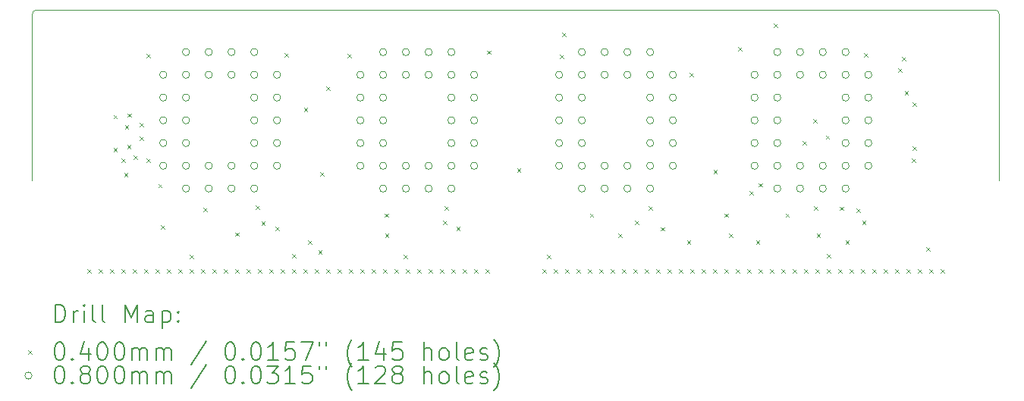
<source format=gbr>
%TF.GenerationSoftware,KiCad,Pcbnew,7.0.9*%
%TF.CreationDate,2024-06-30T23:04:08+02:00*%
%TF.ProjectId,simm72_rom_2M55,73696d6d-3732-45f7-926f-6d5f324d3535,A0*%
%TF.SameCoordinates,Original*%
%TF.FileFunction,Drillmap*%
%TF.FilePolarity,Positive*%
%FSLAX45Y45*%
G04 Gerber Fmt 4.5, Leading zero omitted, Abs format (unit mm)*
G04 Created by KiCad (PCBNEW 7.0.9) date 2024-06-30 23:04:08*
%MOMM*%
%LPD*%
G01*
G04 APERTURE LIST*
%ADD10C,0.050000*%
%ADD11C,0.200000*%
%ADD12C,0.100000*%
G04 APERTURE END LIST*
D10*
X5153300Y-8366960D02*
G75*
G03*
X5102500Y-8417760I0J-50800D01*
G01*
X15897500Y-8417760D02*
G75*
G03*
X15846700Y-8366960I-50800J0D01*
G01*
X15897500Y-8417760D02*
X15897580Y-10274500D01*
X5102500Y-8417760D02*
X5102580Y-10274500D01*
X15846700Y-8366960D02*
X5153300Y-8366960D01*
D11*
D12*
X5717500Y-11265420D02*
X5757500Y-11305420D01*
X5757500Y-11265420D02*
X5717500Y-11305420D01*
X5844500Y-11265420D02*
X5884500Y-11305420D01*
X5884500Y-11265420D02*
X5844500Y-11305420D01*
X5971500Y-11265420D02*
X6011500Y-11305420D01*
X6011500Y-11265420D02*
X5971500Y-11305420D01*
X6009600Y-9911600D02*
X6049600Y-9951600D01*
X6049600Y-9911600D02*
X6009600Y-9951600D01*
X6010000Y-9540000D02*
X6050000Y-9580000D01*
X6050000Y-9540000D02*
X6010000Y-9580000D01*
X6098500Y-11265420D02*
X6138500Y-11305420D01*
X6138500Y-11265420D02*
X6098500Y-11305420D01*
X6100000Y-10030000D02*
X6140000Y-10070000D01*
X6140000Y-10030000D02*
X6100000Y-10070000D01*
X6127450Y-10187450D02*
X6167450Y-10227450D01*
X6167450Y-10187450D02*
X6127450Y-10227450D01*
X6136600Y-9657600D02*
X6176600Y-9697600D01*
X6176600Y-9657600D02*
X6136600Y-9697600D01*
X6162000Y-9873500D02*
X6202000Y-9913500D01*
X6202000Y-9873500D02*
X6162000Y-9913500D01*
X6168350Y-9524250D02*
X6208350Y-9564250D01*
X6208350Y-9524250D02*
X6168350Y-9564250D01*
X6225500Y-11265420D02*
X6265500Y-11305420D01*
X6265500Y-11265420D02*
X6225500Y-11305420D01*
X6231851Y-9994151D02*
X6271851Y-10034151D01*
X6271851Y-9994151D02*
X6231851Y-10034151D01*
X6300000Y-9630000D02*
X6340000Y-9670000D01*
X6340000Y-9630000D02*
X6300000Y-9670000D01*
X6300000Y-9780000D02*
X6340000Y-9820000D01*
X6340000Y-9780000D02*
X6300000Y-9820000D01*
X6352500Y-11265420D02*
X6392500Y-11305420D01*
X6392500Y-11265420D02*
X6352500Y-11305420D01*
X6377900Y-10025900D02*
X6417900Y-10065900D01*
X6417900Y-10025900D02*
X6377900Y-10065900D01*
X6380000Y-8860000D02*
X6420000Y-8900000D01*
X6420000Y-8860000D02*
X6380000Y-8900000D01*
X6479500Y-11265420D02*
X6519500Y-11305420D01*
X6519500Y-11265420D02*
X6479500Y-11305420D01*
X6510000Y-10310000D02*
X6550000Y-10350000D01*
X6550000Y-10310000D02*
X6510000Y-10350000D01*
X6540000Y-10770000D02*
X6580000Y-10810000D01*
X6580000Y-10770000D02*
X6540000Y-10810000D01*
X6606500Y-11265420D02*
X6646500Y-11305420D01*
X6646500Y-11265420D02*
X6606500Y-11305420D01*
X6733500Y-11265420D02*
X6773500Y-11305420D01*
X6773500Y-11265420D02*
X6733500Y-11305420D01*
X6860500Y-11105400D02*
X6900500Y-11145400D01*
X6900500Y-11105400D02*
X6860500Y-11145400D01*
X6860500Y-11265420D02*
X6900500Y-11305420D01*
X6900500Y-11265420D02*
X6860500Y-11305420D01*
X6987500Y-11265420D02*
X7027500Y-11305420D01*
X7027500Y-11265420D02*
X6987500Y-11305420D01*
X7010360Y-10579620D02*
X7050360Y-10619620D01*
X7050360Y-10579620D02*
X7010360Y-10619620D01*
X7114500Y-11265420D02*
X7154500Y-11305420D01*
X7154500Y-11265420D02*
X7114500Y-11305420D01*
X7241500Y-11265420D02*
X7281500Y-11305420D01*
X7281500Y-11265420D02*
X7241500Y-11305420D01*
X7368500Y-10853250D02*
X7408500Y-10893250D01*
X7408500Y-10853250D02*
X7368500Y-10893250D01*
X7368500Y-11265420D02*
X7408500Y-11305420D01*
X7408500Y-11265420D02*
X7368500Y-11305420D01*
X7495500Y-11265420D02*
X7535500Y-11305420D01*
X7535500Y-11265420D02*
X7495500Y-11305420D01*
X7594560Y-10551680D02*
X7634560Y-10591680D01*
X7634560Y-10551680D02*
X7594560Y-10591680D01*
X7622500Y-11265420D02*
X7662500Y-11305420D01*
X7662500Y-11265420D02*
X7622500Y-11305420D01*
X7660600Y-10727630D02*
X7700600Y-10767630D01*
X7700600Y-10727630D02*
X7660600Y-10767630D01*
X7749500Y-11265420D02*
X7789500Y-11305420D01*
X7789500Y-11265420D02*
X7749500Y-11305420D01*
X7818080Y-10790440D02*
X7858080Y-10830440D01*
X7858080Y-10790440D02*
X7818080Y-10830440D01*
X7876500Y-11265420D02*
X7916500Y-11305420D01*
X7916500Y-11265420D02*
X7876500Y-11305420D01*
X7920000Y-8850000D02*
X7960000Y-8890000D01*
X7960000Y-8850000D02*
X7920000Y-8890000D01*
X8003500Y-11092700D02*
X8043500Y-11132700D01*
X8043500Y-11092700D02*
X8003500Y-11132700D01*
X8003500Y-11265420D02*
X8043500Y-11305420D01*
X8043500Y-11265420D02*
X8003500Y-11305420D01*
X8130500Y-11265420D02*
X8170500Y-11305420D01*
X8170500Y-11265420D02*
X8130500Y-11305420D01*
X8134945Y-9462655D02*
X8174945Y-9502655D01*
X8174945Y-9462655D02*
X8134945Y-9502655D01*
X8181300Y-10940300D02*
X8221300Y-10980300D01*
X8221300Y-10940300D02*
X8181300Y-10980300D01*
X8257500Y-11265420D02*
X8297500Y-11305420D01*
X8297500Y-11265420D02*
X8257500Y-11305420D01*
X8295600Y-11054600D02*
X8335600Y-11094600D01*
X8335600Y-11054600D02*
X8295600Y-11094600D01*
X8319690Y-10176990D02*
X8359690Y-10216990D01*
X8359690Y-10176990D02*
X8319690Y-10216990D01*
X8384500Y-11265420D02*
X8424500Y-11305420D01*
X8424500Y-11265420D02*
X8384500Y-11305420D01*
X8387040Y-9223260D02*
X8427040Y-9263260D01*
X8427040Y-9223260D02*
X8387040Y-9263260D01*
X8511500Y-11265420D02*
X8551500Y-11305420D01*
X8551500Y-11265420D02*
X8511500Y-11305420D01*
X8620000Y-8860000D02*
X8660000Y-8900000D01*
X8660000Y-8860000D02*
X8620000Y-8900000D01*
X8638500Y-11265420D02*
X8678500Y-11305420D01*
X8678500Y-11265420D02*
X8638500Y-11305420D01*
X8765500Y-11265420D02*
X8805500Y-11305420D01*
X8805500Y-11265420D02*
X8765500Y-11305420D01*
X8892500Y-11265420D02*
X8932500Y-11305420D01*
X8932500Y-11265420D02*
X8892500Y-11305420D01*
X9019500Y-11265420D02*
X9059500Y-11305420D01*
X9059500Y-11265420D02*
X9019500Y-11305420D01*
X9034740Y-10640580D02*
X9074740Y-10680580D01*
X9074740Y-10640580D02*
X9034740Y-10680580D01*
X9039820Y-10864100D02*
X9079820Y-10904100D01*
X9079820Y-10864100D02*
X9039820Y-10904100D01*
X9146500Y-11265420D02*
X9186500Y-11305420D01*
X9186500Y-11265420D02*
X9146500Y-11305420D01*
X9248100Y-11105400D02*
X9288100Y-11145400D01*
X9288100Y-11105400D02*
X9248100Y-11145400D01*
X9273500Y-11265420D02*
X9313500Y-11305420D01*
X9313500Y-11265420D02*
X9273500Y-11305420D01*
X9400500Y-11265420D02*
X9440500Y-11305420D01*
X9440500Y-11265420D02*
X9400500Y-11305420D01*
X9527500Y-11265420D02*
X9567500Y-11305420D01*
X9567500Y-11265420D02*
X9527500Y-11305420D01*
X9654500Y-11265420D02*
X9694500Y-11305420D01*
X9694500Y-11265420D02*
X9654500Y-11305420D01*
X9687520Y-10719320D02*
X9727520Y-10759320D01*
X9727520Y-10719320D02*
X9687520Y-10759320D01*
X9703685Y-10560225D02*
X9743685Y-10600225D01*
X9743685Y-10560225D02*
X9703685Y-10600225D01*
X9781500Y-11265420D02*
X9821500Y-11305420D01*
X9821500Y-11265420D02*
X9781500Y-11305420D01*
X9837380Y-10787900D02*
X9877380Y-10827900D01*
X9877380Y-10787900D02*
X9837380Y-10827900D01*
X9908500Y-11265420D02*
X9948500Y-11305420D01*
X9948500Y-11265420D02*
X9908500Y-11305420D01*
X10035500Y-11265420D02*
X10075500Y-11305420D01*
X10075500Y-11265420D02*
X10035500Y-11305420D01*
X10162500Y-11265420D02*
X10202500Y-11305420D01*
X10202500Y-11265420D02*
X10162500Y-11305420D01*
X10180000Y-8820000D02*
X10220000Y-8860000D01*
X10220000Y-8820000D02*
X10180000Y-8860000D01*
X10513710Y-10138890D02*
X10553710Y-10178890D01*
X10553710Y-10138890D02*
X10513710Y-10178890D01*
X10797500Y-11265420D02*
X10837500Y-11305420D01*
X10837500Y-11265420D02*
X10797500Y-11305420D01*
X10848300Y-11105400D02*
X10888300Y-11145400D01*
X10888300Y-11105400D02*
X10848300Y-11145400D01*
X10924500Y-11265420D02*
X10964500Y-11305420D01*
X10964500Y-11265420D02*
X10924500Y-11305420D01*
X10990000Y-8870000D02*
X11030000Y-8910000D01*
X11030000Y-8870000D02*
X10990000Y-8910000D01*
X11015940Y-8618740D02*
X11055940Y-8658740D01*
X11055940Y-8618740D02*
X11015940Y-8658740D01*
X11051500Y-11265420D02*
X11091500Y-11305420D01*
X11091500Y-11265420D02*
X11051500Y-11305420D01*
X11178500Y-11265420D02*
X11218500Y-11305420D01*
X11218500Y-11265420D02*
X11178500Y-11305420D01*
X11305500Y-11265420D02*
X11345500Y-11305420D01*
X11345500Y-11265420D02*
X11305500Y-11305420D01*
X11325820Y-10640580D02*
X11365820Y-10680580D01*
X11365820Y-10640580D02*
X11325820Y-10680580D01*
X11432500Y-11265420D02*
X11472500Y-11305420D01*
X11472500Y-11265420D02*
X11432500Y-11305420D01*
X11559500Y-11265420D02*
X11599500Y-11305420D01*
X11599500Y-11265420D02*
X11559500Y-11305420D01*
X11645860Y-10864100D02*
X11685860Y-10904100D01*
X11685860Y-10864100D02*
X11645860Y-10904100D01*
X11686500Y-11265420D02*
X11726500Y-11305420D01*
X11726500Y-11265420D02*
X11686500Y-11305420D01*
X11813500Y-11265420D02*
X11853500Y-11305420D01*
X11853500Y-11265420D02*
X11813500Y-11305420D01*
X11831280Y-10719320D02*
X11871280Y-10759320D01*
X11871280Y-10719320D02*
X11831280Y-10759320D01*
X11940500Y-11265420D02*
X11980500Y-11305420D01*
X11980500Y-11265420D02*
X11940500Y-11305420D01*
X11981140Y-10559300D02*
X12021140Y-10599300D01*
X12021140Y-10559300D02*
X11981140Y-10599300D01*
X12067500Y-11265420D02*
X12107500Y-11305420D01*
X12107500Y-11265420D02*
X12067500Y-11305420D01*
X12119533Y-10794213D02*
X12159533Y-10834213D01*
X12159533Y-10794213D02*
X12119533Y-10834213D01*
X12194500Y-11265420D02*
X12234500Y-11305420D01*
X12234500Y-11265420D02*
X12194500Y-11305420D01*
X12321500Y-11265420D02*
X12361500Y-11305420D01*
X12361500Y-11265420D02*
X12321500Y-11305420D01*
X12410400Y-10940300D02*
X12450400Y-10980300D01*
X12450400Y-10940300D02*
X12410400Y-10980300D01*
X12440000Y-9070000D02*
X12480000Y-9110000D01*
X12480000Y-9070000D02*
X12440000Y-9110000D01*
X12448500Y-11265420D02*
X12488500Y-11305420D01*
X12488500Y-11265420D02*
X12448500Y-11305420D01*
X12575500Y-11265420D02*
X12615500Y-11305420D01*
X12615500Y-11265420D02*
X12575500Y-11305420D01*
X12702500Y-11265420D02*
X12742500Y-11305420D01*
X12742500Y-11265420D02*
X12702500Y-11305420D01*
X12707660Y-10155360D02*
X12747660Y-10195360D01*
X12747660Y-10155360D02*
X12707660Y-10195360D01*
X12829500Y-10640580D02*
X12869500Y-10680580D01*
X12869500Y-10640580D02*
X12829500Y-10680580D01*
X12829500Y-11265420D02*
X12869500Y-11305420D01*
X12869500Y-11265420D02*
X12829500Y-11305420D01*
X12880263Y-10864063D02*
X12920263Y-10904063D01*
X12920263Y-10864063D02*
X12880263Y-10904063D01*
X12956500Y-11265420D02*
X12996500Y-11305420D01*
X12996500Y-11265420D02*
X12956500Y-11305420D01*
X12980000Y-8780000D02*
X13020000Y-8820000D01*
X13020000Y-8780000D02*
X12980000Y-8820000D01*
X13083500Y-11265420D02*
X13123500Y-11305420D01*
X13123500Y-11265420D02*
X13083500Y-11305420D01*
X13106360Y-10391660D02*
X13146360Y-10431660D01*
X13146360Y-10391660D02*
X13106360Y-10431660D01*
X13180000Y-10940000D02*
X13220000Y-10980000D01*
X13220000Y-10940000D02*
X13180000Y-10980000D01*
X13210500Y-10302760D02*
X13250500Y-10342760D01*
X13250500Y-10302760D02*
X13210500Y-10342760D01*
X13210500Y-11265420D02*
X13250500Y-11305420D01*
X13250500Y-11265420D02*
X13210500Y-11305420D01*
X13337500Y-11265420D02*
X13377500Y-11305420D01*
X13377500Y-11265420D02*
X13337500Y-11305420D01*
X13380680Y-8522220D02*
X13420680Y-8562220D01*
X13420680Y-8522220D02*
X13380680Y-8562220D01*
X13464500Y-11265420D02*
X13504500Y-11305420D01*
X13504500Y-11265420D02*
X13464500Y-11305420D01*
X13510220Y-10640580D02*
X13550220Y-10680580D01*
X13550220Y-10640580D02*
X13510220Y-10680580D01*
X13591500Y-11265420D02*
X13631500Y-11305420D01*
X13631500Y-11265420D02*
X13591500Y-11305420D01*
X13703260Y-9832860D02*
X13743260Y-9872860D01*
X13743260Y-9832860D02*
X13703260Y-9872860D01*
X13718500Y-11265420D02*
X13758500Y-11305420D01*
X13758500Y-11265420D02*
X13718500Y-11305420D01*
X13820100Y-9588310D02*
X13860100Y-9628310D01*
X13860100Y-9588310D02*
X13820100Y-9628310D01*
X13827720Y-10559300D02*
X13867720Y-10599300D01*
X13867720Y-10559300D02*
X13827720Y-10599300D01*
X13845500Y-11265420D02*
X13885500Y-11305420D01*
X13885500Y-11265420D02*
X13845500Y-11305420D01*
X13858200Y-10864100D02*
X13898200Y-10904100D01*
X13898200Y-10864100D02*
X13858200Y-10904100D01*
X13960000Y-9770000D02*
X14000000Y-9810000D01*
X14000000Y-9770000D02*
X13960000Y-9810000D01*
X13972500Y-11092700D02*
X14012500Y-11132700D01*
X14012500Y-11092700D02*
X13972500Y-11132700D01*
X13972500Y-11265420D02*
X14012500Y-11305420D01*
X14012500Y-11265420D02*
X13972500Y-11305420D01*
X14099500Y-11265420D02*
X14139500Y-11305420D01*
X14139500Y-11265420D02*
X14099500Y-11305420D01*
X14117280Y-10564380D02*
X14157280Y-10604380D01*
X14157280Y-10564380D02*
X14117280Y-10604380D01*
X14180000Y-10940000D02*
X14220000Y-10980000D01*
X14220000Y-10940000D02*
X14180000Y-10980000D01*
X14226500Y-11265420D02*
X14266500Y-11305420D01*
X14266500Y-11265420D02*
X14226500Y-11305420D01*
X14302700Y-10584700D02*
X14342700Y-10624700D01*
X14342700Y-10584700D02*
X14302700Y-10624700D01*
X14353500Y-11265420D02*
X14393500Y-11305420D01*
X14393500Y-11265420D02*
X14353500Y-11305420D01*
X14366200Y-10724400D02*
X14406200Y-10764400D01*
X14406200Y-10724400D02*
X14366200Y-10764400D01*
X14390000Y-8850000D02*
X14430000Y-8890000D01*
X14430000Y-8850000D02*
X14390000Y-8890000D01*
X14480500Y-11265420D02*
X14520500Y-11305420D01*
X14520500Y-11265420D02*
X14480500Y-11305420D01*
X14607500Y-11265420D02*
X14647500Y-11305420D01*
X14647500Y-11265420D02*
X14607500Y-11305420D01*
X14734500Y-11265420D02*
X14774500Y-11305420D01*
X14774500Y-11265420D02*
X14734500Y-11305420D01*
X14770060Y-9022600D02*
X14810060Y-9062600D01*
X14810060Y-9022600D02*
X14770060Y-9062600D01*
X14810000Y-8890000D02*
X14850000Y-8930000D01*
X14850000Y-8890000D02*
X14810000Y-8930000D01*
X14840490Y-9271520D02*
X14880490Y-9311520D01*
X14880490Y-9271520D02*
X14840490Y-9311520D01*
X14861500Y-11265420D02*
X14901500Y-11305420D01*
X14901500Y-11265420D02*
X14861500Y-11305420D01*
X14922460Y-10028440D02*
X14962460Y-10068440D01*
X14962460Y-10028440D02*
X14922460Y-10068440D01*
X14930000Y-9400000D02*
X14970000Y-9440000D01*
X14970000Y-9400000D02*
X14930000Y-9440000D01*
X14930000Y-9890000D02*
X14970000Y-9930000D01*
X14970000Y-9890000D02*
X14930000Y-9930000D01*
X14988500Y-11265420D02*
X15028500Y-11305420D01*
X15028500Y-11265420D02*
X14988500Y-11305420D01*
X15080000Y-11020000D02*
X15120000Y-11060000D01*
X15120000Y-11020000D02*
X15080000Y-11060000D01*
X15115500Y-11265420D02*
X15155500Y-11305420D01*
X15155500Y-11265420D02*
X15115500Y-11305420D01*
X15242500Y-11265420D02*
X15282500Y-11305420D01*
X15282500Y-11265420D02*
X15242500Y-11305420D01*
X6605000Y-9092000D02*
G75*
G03*
X6605000Y-9092000I-40000J0D01*
G01*
X6605000Y-9346000D02*
G75*
G03*
X6605000Y-9346000I-40000J0D01*
G01*
X6605000Y-9600000D02*
G75*
G03*
X6605000Y-9600000I-40000J0D01*
G01*
X6605000Y-9854000D02*
G75*
G03*
X6605000Y-9854000I-40000J0D01*
G01*
X6605000Y-10108000D02*
G75*
G03*
X6605000Y-10108000I-40000J0D01*
G01*
X6859000Y-8838000D02*
G75*
G03*
X6859000Y-8838000I-40000J0D01*
G01*
X6859000Y-9092000D02*
G75*
G03*
X6859000Y-9092000I-40000J0D01*
G01*
X6859000Y-9346000D02*
G75*
G03*
X6859000Y-9346000I-40000J0D01*
G01*
X6859000Y-9600000D02*
G75*
G03*
X6859000Y-9600000I-40000J0D01*
G01*
X6859000Y-9854000D02*
G75*
G03*
X6859000Y-9854000I-40000J0D01*
G01*
X6859000Y-10108000D02*
G75*
G03*
X6859000Y-10108000I-40000J0D01*
G01*
X6859000Y-10362000D02*
G75*
G03*
X6859000Y-10362000I-40000J0D01*
G01*
X7113000Y-8838000D02*
G75*
G03*
X7113000Y-8838000I-40000J0D01*
G01*
X7113000Y-9092000D02*
G75*
G03*
X7113000Y-9092000I-40000J0D01*
G01*
X7113000Y-10108000D02*
G75*
G03*
X7113000Y-10108000I-40000J0D01*
G01*
X7113000Y-10362000D02*
G75*
G03*
X7113000Y-10362000I-40000J0D01*
G01*
X7367000Y-8838000D02*
G75*
G03*
X7367000Y-8838000I-40000J0D01*
G01*
X7367000Y-9092000D02*
G75*
G03*
X7367000Y-9092000I-40000J0D01*
G01*
X7367000Y-10108000D02*
G75*
G03*
X7367000Y-10108000I-40000J0D01*
G01*
X7367000Y-10362000D02*
G75*
G03*
X7367000Y-10362000I-40000J0D01*
G01*
X7621000Y-8838000D02*
G75*
G03*
X7621000Y-8838000I-40000J0D01*
G01*
X7621000Y-9092000D02*
G75*
G03*
X7621000Y-9092000I-40000J0D01*
G01*
X7621000Y-9346000D02*
G75*
G03*
X7621000Y-9346000I-40000J0D01*
G01*
X7621000Y-9600000D02*
G75*
G03*
X7621000Y-9600000I-40000J0D01*
G01*
X7621000Y-9854000D02*
G75*
G03*
X7621000Y-9854000I-40000J0D01*
G01*
X7621000Y-10108000D02*
G75*
G03*
X7621000Y-10108000I-40000J0D01*
G01*
X7621000Y-10362000D02*
G75*
G03*
X7621000Y-10362000I-40000J0D01*
G01*
X7875000Y-9092000D02*
G75*
G03*
X7875000Y-9092000I-40000J0D01*
G01*
X7875000Y-9346000D02*
G75*
G03*
X7875000Y-9346000I-40000J0D01*
G01*
X7875000Y-9600000D02*
G75*
G03*
X7875000Y-9600000I-40000J0D01*
G01*
X7875000Y-9854000D02*
G75*
G03*
X7875000Y-9854000I-40000J0D01*
G01*
X7875000Y-10108000D02*
G75*
G03*
X7875000Y-10108000I-40000J0D01*
G01*
X8805000Y-9092000D02*
G75*
G03*
X8805000Y-9092000I-40000J0D01*
G01*
X8805000Y-9346000D02*
G75*
G03*
X8805000Y-9346000I-40000J0D01*
G01*
X8805000Y-9600000D02*
G75*
G03*
X8805000Y-9600000I-40000J0D01*
G01*
X8805000Y-9854000D02*
G75*
G03*
X8805000Y-9854000I-40000J0D01*
G01*
X8805000Y-10108000D02*
G75*
G03*
X8805000Y-10108000I-40000J0D01*
G01*
X9059000Y-8838000D02*
G75*
G03*
X9059000Y-8838000I-40000J0D01*
G01*
X9059000Y-9092000D02*
G75*
G03*
X9059000Y-9092000I-40000J0D01*
G01*
X9059000Y-9346000D02*
G75*
G03*
X9059000Y-9346000I-40000J0D01*
G01*
X9059000Y-9600000D02*
G75*
G03*
X9059000Y-9600000I-40000J0D01*
G01*
X9059000Y-9854000D02*
G75*
G03*
X9059000Y-9854000I-40000J0D01*
G01*
X9059000Y-10108000D02*
G75*
G03*
X9059000Y-10108000I-40000J0D01*
G01*
X9059000Y-10362000D02*
G75*
G03*
X9059000Y-10362000I-40000J0D01*
G01*
X9313000Y-8838000D02*
G75*
G03*
X9313000Y-8838000I-40000J0D01*
G01*
X9313000Y-9092000D02*
G75*
G03*
X9313000Y-9092000I-40000J0D01*
G01*
X9313000Y-10108000D02*
G75*
G03*
X9313000Y-10108000I-40000J0D01*
G01*
X9313000Y-10362000D02*
G75*
G03*
X9313000Y-10362000I-40000J0D01*
G01*
X9567000Y-8838000D02*
G75*
G03*
X9567000Y-8838000I-40000J0D01*
G01*
X9567000Y-9092000D02*
G75*
G03*
X9567000Y-9092000I-40000J0D01*
G01*
X9567000Y-10108000D02*
G75*
G03*
X9567000Y-10108000I-40000J0D01*
G01*
X9567000Y-10362000D02*
G75*
G03*
X9567000Y-10362000I-40000J0D01*
G01*
X9821000Y-8838000D02*
G75*
G03*
X9821000Y-8838000I-40000J0D01*
G01*
X9821000Y-9092000D02*
G75*
G03*
X9821000Y-9092000I-40000J0D01*
G01*
X9821000Y-9346000D02*
G75*
G03*
X9821000Y-9346000I-40000J0D01*
G01*
X9821000Y-9600000D02*
G75*
G03*
X9821000Y-9600000I-40000J0D01*
G01*
X9821000Y-9854000D02*
G75*
G03*
X9821000Y-9854000I-40000J0D01*
G01*
X9821000Y-10108000D02*
G75*
G03*
X9821000Y-10108000I-40000J0D01*
G01*
X9821000Y-10362000D02*
G75*
G03*
X9821000Y-10362000I-40000J0D01*
G01*
X10075000Y-9092000D02*
G75*
G03*
X10075000Y-9092000I-40000J0D01*
G01*
X10075000Y-9346000D02*
G75*
G03*
X10075000Y-9346000I-40000J0D01*
G01*
X10075000Y-9600000D02*
G75*
G03*
X10075000Y-9600000I-40000J0D01*
G01*
X10075000Y-9854000D02*
G75*
G03*
X10075000Y-9854000I-40000J0D01*
G01*
X10075000Y-10108000D02*
G75*
G03*
X10075000Y-10108000I-40000J0D01*
G01*
X11024000Y-9092000D02*
G75*
G03*
X11024000Y-9092000I-40000J0D01*
G01*
X11024000Y-9346000D02*
G75*
G03*
X11024000Y-9346000I-40000J0D01*
G01*
X11024000Y-9600000D02*
G75*
G03*
X11024000Y-9600000I-40000J0D01*
G01*
X11024000Y-9854000D02*
G75*
G03*
X11024000Y-9854000I-40000J0D01*
G01*
X11024000Y-10108000D02*
G75*
G03*
X11024000Y-10108000I-40000J0D01*
G01*
X11278000Y-8838000D02*
G75*
G03*
X11278000Y-8838000I-40000J0D01*
G01*
X11278000Y-9092000D02*
G75*
G03*
X11278000Y-9092000I-40000J0D01*
G01*
X11278000Y-9346000D02*
G75*
G03*
X11278000Y-9346000I-40000J0D01*
G01*
X11278000Y-9600000D02*
G75*
G03*
X11278000Y-9600000I-40000J0D01*
G01*
X11278000Y-9854000D02*
G75*
G03*
X11278000Y-9854000I-40000J0D01*
G01*
X11278000Y-10108000D02*
G75*
G03*
X11278000Y-10108000I-40000J0D01*
G01*
X11278000Y-10362000D02*
G75*
G03*
X11278000Y-10362000I-40000J0D01*
G01*
X11532000Y-8838000D02*
G75*
G03*
X11532000Y-8838000I-40000J0D01*
G01*
X11532000Y-9092000D02*
G75*
G03*
X11532000Y-9092000I-40000J0D01*
G01*
X11532000Y-10108000D02*
G75*
G03*
X11532000Y-10108000I-40000J0D01*
G01*
X11532000Y-10362000D02*
G75*
G03*
X11532000Y-10362000I-40000J0D01*
G01*
X11786000Y-8838000D02*
G75*
G03*
X11786000Y-8838000I-40000J0D01*
G01*
X11786000Y-9092000D02*
G75*
G03*
X11786000Y-9092000I-40000J0D01*
G01*
X11786000Y-10108000D02*
G75*
G03*
X11786000Y-10108000I-40000J0D01*
G01*
X11786000Y-10362000D02*
G75*
G03*
X11786000Y-10362000I-40000J0D01*
G01*
X12040000Y-8838000D02*
G75*
G03*
X12040000Y-8838000I-40000J0D01*
G01*
X12040000Y-9092000D02*
G75*
G03*
X12040000Y-9092000I-40000J0D01*
G01*
X12040000Y-9346000D02*
G75*
G03*
X12040000Y-9346000I-40000J0D01*
G01*
X12040000Y-9600000D02*
G75*
G03*
X12040000Y-9600000I-40000J0D01*
G01*
X12040000Y-9854000D02*
G75*
G03*
X12040000Y-9854000I-40000J0D01*
G01*
X12040000Y-10108000D02*
G75*
G03*
X12040000Y-10108000I-40000J0D01*
G01*
X12040000Y-10362000D02*
G75*
G03*
X12040000Y-10362000I-40000J0D01*
G01*
X12294000Y-9092000D02*
G75*
G03*
X12294000Y-9092000I-40000J0D01*
G01*
X12294000Y-9346000D02*
G75*
G03*
X12294000Y-9346000I-40000J0D01*
G01*
X12294000Y-9600000D02*
G75*
G03*
X12294000Y-9600000I-40000J0D01*
G01*
X12294000Y-9854000D02*
G75*
G03*
X12294000Y-9854000I-40000J0D01*
G01*
X12294000Y-10108000D02*
G75*
G03*
X12294000Y-10108000I-40000J0D01*
G01*
X13205000Y-9092000D02*
G75*
G03*
X13205000Y-9092000I-40000J0D01*
G01*
X13205000Y-9346000D02*
G75*
G03*
X13205000Y-9346000I-40000J0D01*
G01*
X13205000Y-9600000D02*
G75*
G03*
X13205000Y-9600000I-40000J0D01*
G01*
X13205000Y-9854000D02*
G75*
G03*
X13205000Y-9854000I-40000J0D01*
G01*
X13205000Y-10108000D02*
G75*
G03*
X13205000Y-10108000I-40000J0D01*
G01*
X13459000Y-8838000D02*
G75*
G03*
X13459000Y-8838000I-40000J0D01*
G01*
X13459000Y-9092000D02*
G75*
G03*
X13459000Y-9092000I-40000J0D01*
G01*
X13459000Y-9346000D02*
G75*
G03*
X13459000Y-9346000I-40000J0D01*
G01*
X13459000Y-9600000D02*
G75*
G03*
X13459000Y-9600000I-40000J0D01*
G01*
X13459000Y-9854000D02*
G75*
G03*
X13459000Y-9854000I-40000J0D01*
G01*
X13459000Y-10108000D02*
G75*
G03*
X13459000Y-10108000I-40000J0D01*
G01*
X13459000Y-10362000D02*
G75*
G03*
X13459000Y-10362000I-40000J0D01*
G01*
X13713000Y-8838000D02*
G75*
G03*
X13713000Y-8838000I-40000J0D01*
G01*
X13713000Y-9092000D02*
G75*
G03*
X13713000Y-9092000I-40000J0D01*
G01*
X13713000Y-10108000D02*
G75*
G03*
X13713000Y-10108000I-40000J0D01*
G01*
X13713000Y-10362000D02*
G75*
G03*
X13713000Y-10362000I-40000J0D01*
G01*
X13967000Y-8838000D02*
G75*
G03*
X13967000Y-8838000I-40000J0D01*
G01*
X13967000Y-9092000D02*
G75*
G03*
X13967000Y-9092000I-40000J0D01*
G01*
X13967000Y-10108000D02*
G75*
G03*
X13967000Y-10108000I-40000J0D01*
G01*
X13967000Y-10362000D02*
G75*
G03*
X13967000Y-10362000I-40000J0D01*
G01*
X14221000Y-8838000D02*
G75*
G03*
X14221000Y-8838000I-40000J0D01*
G01*
X14221000Y-9092000D02*
G75*
G03*
X14221000Y-9092000I-40000J0D01*
G01*
X14221000Y-9346000D02*
G75*
G03*
X14221000Y-9346000I-40000J0D01*
G01*
X14221000Y-9600000D02*
G75*
G03*
X14221000Y-9600000I-40000J0D01*
G01*
X14221000Y-9854000D02*
G75*
G03*
X14221000Y-9854000I-40000J0D01*
G01*
X14221000Y-10108000D02*
G75*
G03*
X14221000Y-10108000I-40000J0D01*
G01*
X14221000Y-10362000D02*
G75*
G03*
X14221000Y-10362000I-40000J0D01*
G01*
X14475000Y-9092000D02*
G75*
G03*
X14475000Y-9092000I-40000J0D01*
G01*
X14475000Y-9346000D02*
G75*
G03*
X14475000Y-9346000I-40000J0D01*
G01*
X14475000Y-9600000D02*
G75*
G03*
X14475000Y-9600000I-40000J0D01*
G01*
X14475000Y-9854000D02*
G75*
G03*
X14475000Y-9854000I-40000J0D01*
G01*
X14475000Y-10108000D02*
G75*
G03*
X14475000Y-10108000I-40000J0D01*
G01*
D11*
X5360777Y-11858484D02*
X5360777Y-11658484D01*
X5360777Y-11658484D02*
X5408396Y-11658484D01*
X5408396Y-11658484D02*
X5436967Y-11668008D01*
X5436967Y-11668008D02*
X5456015Y-11687055D01*
X5456015Y-11687055D02*
X5465539Y-11706103D01*
X5465539Y-11706103D02*
X5475063Y-11744198D01*
X5475063Y-11744198D02*
X5475063Y-11772769D01*
X5475063Y-11772769D02*
X5465539Y-11810865D01*
X5465539Y-11810865D02*
X5456015Y-11829912D01*
X5456015Y-11829912D02*
X5436967Y-11848960D01*
X5436967Y-11848960D02*
X5408396Y-11858484D01*
X5408396Y-11858484D02*
X5360777Y-11858484D01*
X5560777Y-11858484D02*
X5560777Y-11725150D01*
X5560777Y-11763246D02*
X5570301Y-11744198D01*
X5570301Y-11744198D02*
X5579824Y-11734674D01*
X5579824Y-11734674D02*
X5598872Y-11725150D01*
X5598872Y-11725150D02*
X5617920Y-11725150D01*
X5684586Y-11858484D02*
X5684586Y-11725150D01*
X5684586Y-11658484D02*
X5675062Y-11668008D01*
X5675062Y-11668008D02*
X5684586Y-11677531D01*
X5684586Y-11677531D02*
X5694110Y-11668008D01*
X5694110Y-11668008D02*
X5684586Y-11658484D01*
X5684586Y-11658484D02*
X5684586Y-11677531D01*
X5808396Y-11858484D02*
X5789348Y-11848960D01*
X5789348Y-11848960D02*
X5779824Y-11829912D01*
X5779824Y-11829912D02*
X5779824Y-11658484D01*
X5913158Y-11858484D02*
X5894110Y-11848960D01*
X5894110Y-11848960D02*
X5884586Y-11829912D01*
X5884586Y-11829912D02*
X5884586Y-11658484D01*
X6141729Y-11858484D02*
X6141729Y-11658484D01*
X6141729Y-11658484D02*
X6208396Y-11801341D01*
X6208396Y-11801341D02*
X6275062Y-11658484D01*
X6275062Y-11658484D02*
X6275062Y-11858484D01*
X6456015Y-11858484D02*
X6456015Y-11753722D01*
X6456015Y-11753722D02*
X6446491Y-11734674D01*
X6446491Y-11734674D02*
X6427443Y-11725150D01*
X6427443Y-11725150D02*
X6389348Y-11725150D01*
X6389348Y-11725150D02*
X6370301Y-11734674D01*
X6456015Y-11848960D02*
X6436967Y-11858484D01*
X6436967Y-11858484D02*
X6389348Y-11858484D01*
X6389348Y-11858484D02*
X6370301Y-11848960D01*
X6370301Y-11848960D02*
X6360777Y-11829912D01*
X6360777Y-11829912D02*
X6360777Y-11810865D01*
X6360777Y-11810865D02*
X6370301Y-11791817D01*
X6370301Y-11791817D02*
X6389348Y-11782293D01*
X6389348Y-11782293D02*
X6436967Y-11782293D01*
X6436967Y-11782293D02*
X6456015Y-11772769D01*
X6551253Y-11725150D02*
X6551253Y-11925150D01*
X6551253Y-11734674D02*
X6570301Y-11725150D01*
X6570301Y-11725150D02*
X6608396Y-11725150D01*
X6608396Y-11725150D02*
X6627443Y-11734674D01*
X6627443Y-11734674D02*
X6636967Y-11744198D01*
X6636967Y-11744198D02*
X6646491Y-11763246D01*
X6646491Y-11763246D02*
X6646491Y-11820388D01*
X6646491Y-11820388D02*
X6636967Y-11839436D01*
X6636967Y-11839436D02*
X6627443Y-11848960D01*
X6627443Y-11848960D02*
X6608396Y-11858484D01*
X6608396Y-11858484D02*
X6570301Y-11858484D01*
X6570301Y-11858484D02*
X6551253Y-11848960D01*
X6732205Y-11839436D02*
X6741729Y-11848960D01*
X6741729Y-11848960D02*
X6732205Y-11858484D01*
X6732205Y-11858484D02*
X6722682Y-11848960D01*
X6722682Y-11848960D02*
X6732205Y-11839436D01*
X6732205Y-11839436D02*
X6732205Y-11858484D01*
X6732205Y-11734674D02*
X6741729Y-11744198D01*
X6741729Y-11744198D02*
X6732205Y-11753722D01*
X6732205Y-11753722D02*
X6722682Y-11744198D01*
X6722682Y-11744198D02*
X6732205Y-11734674D01*
X6732205Y-11734674D02*
X6732205Y-11753722D01*
D12*
X5060000Y-12167000D02*
X5100000Y-12207000D01*
X5100000Y-12167000D02*
X5060000Y-12207000D01*
D11*
X5398872Y-12078484D02*
X5417920Y-12078484D01*
X5417920Y-12078484D02*
X5436967Y-12088008D01*
X5436967Y-12088008D02*
X5446491Y-12097531D01*
X5446491Y-12097531D02*
X5456015Y-12116579D01*
X5456015Y-12116579D02*
X5465539Y-12154674D01*
X5465539Y-12154674D02*
X5465539Y-12202293D01*
X5465539Y-12202293D02*
X5456015Y-12240388D01*
X5456015Y-12240388D02*
X5446491Y-12259436D01*
X5446491Y-12259436D02*
X5436967Y-12268960D01*
X5436967Y-12268960D02*
X5417920Y-12278484D01*
X5417920Y-12278484D02*
X5398872Y-12278484D01*
X5398872Y-12278484D02*
X5379824Y-12268960D01*
X5379824Y-12268960D02*
X5370301Y-12259436D01*
X5370301Y-12259436D02*
X5360777Y-12240388D01*
X5360777Y-12240388D02*
X5351253Y-12202293D01*
X5351253Y-12202293D02*
X5351253Y-12154674D01*
X5351253Y-12154674D02*
X5360777Y-12116579D01*
X5360777Y-12116579D02*
X5370301Y-12097531D01*
X5370301Y-12097531D02*
X5379824Y-12088008D01*
X5379824Y-12088008D02*
X5398872Y-12078484D01*
X5551253Y-12259436D02*
X5560777Y-12268960D01*
X5560777Y-12268960D02*
X5551253Y-12278484D01*
X5551253Y-12278484D02*
X5541729Y-12268960D01*
X5541729Y-12268960D02*
X5551253Y-12259436D01*
X5551253Y-12259436D02*
X5551253Y-12278484D01*
X5732205Y-12145150D02*
X5732205Y-12278484D01*
X5684586Y-12068960D02*
X5636967Y-12211817D01*
X5636967Y-12211817D02*
X5760777Y-12211817D01*
X5875062Y-12078484D02*
X5894110Y-12078484D01*
X5894110Y-12078484D02*
X5913158Y-12088008D01*
X5913158Y-12088008D02*
X5922682Y-12097531D01*
X5922682Y-12097531D02*
X5932205Y-12116579D01*
X5932205Y-12116579D02*
X5941729Y-12154674D01*
X5941729Y-12154674D02*
X5941729Y-12202293D01*
X5941729Y-12202293D02*
X5932205Y-12240388D01*
X5932205Y-12240388D02*
X5922682Y-12259436D01*
X5922682Y-12259436D02*
X5913158Y-12268960D01*
X5913158Y-12268960D02*
X5894110Y-12278484D01*
X5894110Y-12278484D02*
X5875062Y-12278484D01*
X5875062Y-12278484D02*
X5856015Y-12268960D01*
X5856015Y-12268960D02*
X5846491Y-12259436D01*
X5846491Y-12259436D02*
X5836967Y-12240388D01*
X5836967Y-12240388D02*
X5827443Y-12202293D01*
X5827443Y-12202293D02*
X5827443Y-12154674D01*
X5827443Y-12154674D02*
X5836967Y-12116579D01*
X5836967Y-12116579D02*
X5846491Y-12097531D01*
X5846491Y-12097531D02*
X5856015Y-12088008D01*
X5856015Y-12088008D02*
X5875062Y-12078484D01*
X6065539Y-12078484D02*
X6084586Y-12078484D01*
X6084586Y-12078484D02*
X6103634Y-12088008D01*
X6103634Y-12088008D02*
X6113158Y-12097531D01*
X6113158Y-12097531D02*
X6122682Y-12116579D01*
X6122682Y-12116579D02*
X6132205Y-12154674D01*
X6132205Y-12154674D02*
X6132205Y-12202293D01*
X6132205Y-12202293D02*
X6122682Y-12240388D01*
X6122682Y-12240388D02*
X6113158Y-12259436D01*
X6113158Y-12259436D02*
X6103634Y-12268960D01*
X6103634Y-12268960D02*
X6084586Y-12278484D01*
X6084586Y-12278484D02*
X6065539Y-12278484D01*
X6065539Y-12278484D02*
X6046491Y-12268960D01*
X6046491Y-12268960D02*
X6036967Y-12259436D01*
X6036967Y-12259436D02*
X6027443Y-12240388D01*
X6027443Y-12240388D02*
X6017920Y-12202293D01*
X6017920Y-12202293D02*
X6017920Y-12154674D01*
X6017920Y-12154674D02*
X6027443Y-12116579D01*
X6027443Y-12116579D02*
X6036967Y-12097531D01*
X6036967Y-12097531D02*
X6046491Y-12088008D01*
X6046491Y-12088008D02*
X6065539Y-12078484D01*
X6217920Y-12278484D02*
X6217920Y-12145150D01*
X6217920Y-12164198D02*
X6227443Y-12154674D01*
X6227443Y-12154674D02*
X6246491Y-12145150D01*
X6246491Y-12145150D02*
X6275063Y-12145150D01*
X6275063Y-12145150D02*
X6294110Y-12154674D01*
X6294110Y-12154674D02*
X6303634Y-12173722D01*
X6303634Y-12173722D02*
X6303634Y-12278484D01*
X6303634Y-12173722D02*
X6313158Y-12154674D01*
X6313158Y-12154674D02*
X6332205Y-12145150D01*
X6332205Y-12145150D02*
X6360777Y-12145150D01*
X6360777Y-12145150D02*
X6379824Y-12154674D01*
X6379824Y-12154674D02*
X6389348Y-12173722D01*
X6389348Y-12173722D02*
X6389348Y-12278484D01*
X6484586Y-12278484D02*
X6484586Y-12145150D01*
X6484586Y-12164198D02*
X6494110Y-12154674D01*
X6494110Y-12154674D02*
X6513158Y-12145150D01*
X6513158Y-12145150D02*
X6541729Y-12145150D01*
X6541729Y-12145150D02*
X6560777Y-12154674D01*
X6560777Y-12154674D02*
X6570301Y-12173722D01*
X6570301Y-12173722D02*
X6570301Y-12278484D01*
X6570301Y-12173722D02*
X6579824Y-12154674D01*
X6579824Y-12154674D02*
X6598872Y-12145150D01*
X6598872Y-12145150D02*
X6627443Y-12145150D01*
X6627443Y-12145150D02*
X6646491Y-12154674D01*
X6646491Y-12154674D02*
X6656015Y-12173722D01*
X6656015Y-12173722D02*
X6656015Y-12278484D01*
X7046491Y-12068960D02*
X6875063Y-12326103D01*
X7303634Y-12078484D02*
X7322682Y-12078484D01*
X7322682Y-12078484D02*
X7341729Y-12088008D01*
X7341729Y-12088008D02*
X7351253Y-12097531D01*
X7351253Y-12097531D02*
X7360777Y-12116579D01*
X7360777Y-12116579D02*
X7370301Y-12154674D01*
X7370301Y-12154674D02*
X7370301Y-12202293D01*
X7370301Y-12202293D02*
X7360777Y-12240388D01*
X7360777Y-12240388D02*
X7351253Y-12259436D01*
X7351253Y-12259436D02*
X7341729Y-12268960D01*
X7341729Y-12268960D02*
X7322682Y-12278484D01*
X7322682Y-12278484D02*
X7303634Y-12278484D01*
X7303634Y-12278484D02*
X7284586Y-12268960D01*
X7284586Y-12268960D02*
X7275063Y-12259436D01*
X7275063Y-12259436D02*
X7265539Y-12240388D01*
X7265539Y-12240388D02*
X7256015Y-12202293D01*
X7256015Y-12202293D02*
X7256015Y-12154674D01*
X7256015Y-12154674D02*
X7265539Y-12116579D01*
X7265539Y-12116579D02*
X7275063Y-12097531D01*
X7275063Y-12097531D02*
X7284586Y-12088008D01*
X7284586Y-12088008D02*
X7303634Y-12078484D01*
X7456015Y-12259436D02*
X7465539Y-12268960D01*
X7465539Y-12268960D02*
X7456015Y-12278484D01*
X7456015Y-12278484D02*
X7446491Y-12268960D01*
X7446491Y-12268960D02*
X7456015Y-12259436D01*
X7456015Y-12259436D02*
X7456015Y-12278484D01*
X7589348Y-12078484D02*
X7608396Y-12078484D01*
X7608396Y-12078484D02*
X7627444Y-12088008D01*
X7627444Y-12088008D02*
X7636967Y-12097531D01*
X7636967Y-12097531D02*
X7646491Y-12116579D01*
X7646491Y-12116579D02*
X7656015Y-12154674D01*
X7656015Y-12154674D02*
X7656015Y-12202293D01*
X7656015Y-12202293D02*
X7646491Y-12240388D01*
X7646491Y-12240388D02*
X7636967Y-12259436D01*
X7636967Y-12259436D02*
X7627444Y-12268960D01*
X7627444Y-12268960D02*
X7608396Y-12278484D01*
X7608396Y-12278484D02*
X7589348Y-12278484D01*
X7589348Y-12278484D02*
X7570301Y-12268960D01*
X7570301Y-12268960D02*
X7560777Y-12259436D01*
X7560777Y-12259436D02*
X7551253Y-12240388D01*
X7551253Y-12240388D02*
X7541729Y-12202293D01*
X7541729Y-12202293D02*
X7541729Y-12154674D01*
X7541729Y-12154674D02*
X7551253Y-12116579D01*
X7551253Y-12116579D02*
X7560777Y-12097531D01*
X7560777Y-12097531D02*
X7570301Y-12088008D01*
X7570301Y-12088008D02*
X7589348Y-12078484D01*
X7846491Y-12278484D02*
X7732206Y-12278484D01*
X7789348Y-12278484D02*
X7789348Y-12078484D01*
X7789348Y-12078484D02*
X7770301Y-12107055D01*
X7770301Y-12107055D02*
X7751253Y-12126103D01*
X7751253Y-12126103D02*
X7732206Y-12135627D01*
X8027444Y-12078484D02*
X7932206Y-12078484D01*
X7932206Y-12078484D02*
X7922682Y-12173722D01*
X7922682Y-12173722D02*
X7932206Y-12164198D01*
X7932206Y-12164198D02*
X7951253Y-12154674D01*
X7951253Y-12154674D02*
X7998872Y-12154674D01*
X7998872Y-12154674D02*
X8017920Y-12164198D01*
X8017920Y-12164198D02*
X8027444Y-12173722D01*
X8027444Y-12173722D02*
X8036967Y-12192769D01*
X8036967Y-12192769D02*
X8036967Y-12240388D01*
X8036967Y-12240388D02*
X8027444Y-12259436D01*
X8027444Y-12259436D02*
X8017920Y-12268960D01*
X8017920Y-12268960D02*
X7998872Y-12278484D01*
X7998872Y-12278484D02*
X7951253Y-12278484D01*
X7951253Y-12278484D02*
X7932206Y-12268960D01*
X7932206Y-12268960D02*
X7922682Y-12259436D01*
X8103634Y-12078484D02*
X8236967Y-12078484D01*
X8236967Y-12078484D02*
X8151253Y-12278484D01*
X8303634Y-12078484D02*
X8303634Y-12116579D01*
X8379825Y-12078484D02*
X8379825Y-12116579D01*
X8675063Y-12354674D02*
X8665539Y-12345150D01*
X8665539Y-12345150D02*
X8646491Y-12316579D01*
X8646491Y-12316579D02*
X8636968Y-12297531D01*
X8636968Y-12297531D02*
X8627444Y-12268960D01*
X8627444Y-12268960D02*
X8617920Y-12221341D01*
X8617920Y-12221341D02*
X8617920Y-12183246D01*
X8617920Y-12183246D02*
X8627444Y-12135627D01*
X8627444Y-12135627D02*
X8636968Y-12107055D01*
X8636968Y-12107055D02*
X8646491Y-12088008D01*
X8646491Y-12088008D02*
X8665539Y-12059436D01*
X8665539Y-12059436D02*
X8675063Y-12049912D01*
X8856015Y-12278484D02*
X8741730Y-12278484D01*
X8798872Y-12278484D02*
X8798872Y-12078484D01*
X8798872Y-12078484D02*
X8779825Y-12107055D01*
X8779825Y-12107055D02*
X8760777Y-12126103D01*
X8760777Y-12126103D02*
X8741730Y-12135627D01*
X9027444Y-12145150D02*
X9027444Y-12278484D01*
X8979825Y-12068960D02*
X8932206Y-12211817D01*
X8932206Y-12211817D02*
X9056015Y-12211817D01*
X9227444Y-12078484D02*
X9132206Y-12078484D01*
X9132206Y-12078484D02*
X9122682Y-12173722D01*
X9122682Y-12173722D02*
X9132206Y-12164198D01*
X9132206Y-12164198D02*
X9151253Y-12154674D01*
X9151253Y-12154674D02*
X9198872Y-12154674D01*
X9198872Y-12154674D02*
X9217920Y-12164198D01*
X9217920Y-12164198D02*
X9227444Y-12173722D01*
X9227444Y-12173722D02*
X9236968Y-12192769D01*
X9236968Y-12192769D02*
X9236968Y-12240388D01*
X9236968Y-12240388D02*
X9227444Y-12259436D01*
X9227444Y-12259436D02*
X9217920Y-12268960D01*
X9217920Y-12268960D02*
X9198872Y-12278484D01*
X9198872Y-12278484D02*
X9151253Y-12278484D01*
X9151253Y-12278484D02*
X9132206Y-12268960D01*
X9132206Y-12268960D02*
X9122682Y-12259436D01*
X9475063Y-12278484D02*
X9475063Y-12078484D01*
X9560777Y-12278484D02*
X9560777Y-12173722D01*
X9560777Y-12173722D02*
X9551253Y-12154674D01*
X9551253Y-12154674D02*
X9532206Y-12145150D01*
X9532206Y-12145150D02*
X9503634Y-12145150D01*
X9503634Y-12145150D02*
X9484587Y-12154674D01*
X9484587Y-12154674D02*
X9475063Y-12164198D01*
X9684587Y-12278484D02*
X9665539Y-12268960D01*
X9665539Y-12268960D02*
X9656015Y-12259436D01*
X9656015Y-12259436D02*
X9646492Y-12240388D01*
X9646492Y-12240388D02*
X9646492Y-12183246D01*
X9646492Y-12183246D02*
X9656015Y-12164198D01*
X9656015Y-12164198D02*
X9665539Y-12154674D01*
X9665539Y-12154674D02*
X9684587Y-12145150D01*
X9684587Y-12145150D02*
X9713158Y-12145150D01*
X9713158Y-12145150D02*
X9732206Y-12154674D01*
X9732206Y-12154674D02*
X9741730Y-12164198D01*
X9741730Y-12164198D02*
X9751253Y-12183246D01*
X9751253Y-12183246D02*
X9751253Y-12240388D01*
X9751253Y-12240388D02*
X9741730Y-12259436D01*
X9741730Y-12259436D02*
X9732206Y-12268960D01*
X9732206Y-12268960D02*
X9713158Y-12278484D01*
X9713158Y-12278484D02*
X9684587Y-12278484D01*
X9865539Y-12278484D02*
X9846492Y-12268960D01*
X9846492Y-12268960D02*
X9836968Y-12249912D01*
X9836968Y-12249912D02*
X9836968Y-12078484D01*
X10017920Y-12268960D02*
X9998873Y-12278484D01*
X9998873Y-12278484D02*
X9960777Y-12278484D01*
X9960777Y-12278484D02*
X9941730Y-12268960D01*
X9941730Y-12268960D02*
X9932206Y-12249912D01*
X9932206Y-12249912D02*
X9932206Y-12173722D01*
X9932206Y-12173722D02*
X9941730Y-12154674D01*
X9941730Y-12154674D02*
X9960777Y-12145150D01*
X9960777Y-12145150D02*
X9998873Y-12145150D01*
X9998873Y-12145150D02*
X10017920Y-12154674D01*
X10017920Y-12154674D02*
X10027444Y-12173722D01*
X10027444Y-12173722D02*
X10027444Y-12192769D01*
X10027444Y-12192769D02*
X9932206Y-12211817D01*
X10103634Y-12268960D02*
X10122682Y-12278484D01*
X10122682Y-12278484D02*
X10160777Y-12278484D01*
X10160777Y-12278484D02*
X10179825Y-12268960D01*
X10179825Y-12268960D02*
X10189349Y-12249912D01*
X10189349Y-12249912D02*
X10189349Y-12240388D01*
X10189349Y-12240388D02*
X10179825Y-12221341D01*
X10179825Y-12221341D02*
X10160777Y-12211817D01*
X10160777Y-12211817D02*
X10132206Y-12211817D01*
X10132206Y-12211817D02*
X10113158Y-12202293D01*
X10113158Y-12202293D02*
X10103634Y-12183246D01*
X10103634Y-12183246D02*
X10103634Y-12173722D01*
X10103634Y-12173722D02*
X10113158Y-12154674D01*
X10113158Y-12154674D02*
X10132206Y-12145150D01*
X10132206Y-12145150D02*
X10160777Y-12145150D01*
X10160777Y-12145150D02*
X10179825Y-12154674D01*
X10256015Y-12354674D02*
X10265539Y-12345150D01*
X10265539Y-12345150D02*
X10284587Y-12316579D01*
X10284587Y-12316579D02*
X10294111Y-12297531D01*
X10294111Y-12297531D02*
X10303634Y-12268960D01*
X10303634Y-12268960D02*
X10313158Y-12221341D01*
X10313158Y-12221341D02*
X10313158Y-12183246D01*
X10313158Y-12183246D02*
X10303634Y-12135627D01*
X10303634Y-12135627D02*
X10294111Y-12107055D01*
X10294111Y-12107055D02*
X10284587Y-12088008D01*
X10284587Y-12088008D02*
X10265539Y-12059436D01*
X10265539Y-12059436D02*
X10256015Y-12049912D01*
D12*
X5100000Y-12451000D02*
G75*
G03*
X5100000Y-12451000I-40000J0D01*
G01*
D11*
X5398872Y-12342484D02*
X5417920Y-12342484D01*
X5417920Y-12342484D02*
X5436967Y-12352008D01*
X5436967Y-12352008D02*
X5446491Y-12361531D01*
X5446491Y-12361531D02*
X5456015Y-12380579D01*
X5456015Y-12380579D02*
X5465539Y-12418674D01*
X5465539Y-12418674D02*
X5465539Y-12466293D01*
X5465539Y-12466293D02*
X5456015Y-12504388D01*
X5456015Y-12504388D02*
X5446491Y-12523436D01*
X5446491Y-12523436D02*
X5436967Y-12532960D01*
X5436967Y-12532960D02*
X5417920Y-12542484D01*
X5417920Y-12542484D02*
X5398872Y-12542484D01*
X5398872Y-12542484D02*
X5379824Y-12532960D01*
X5379824Y-12532960D02*
X5370301Y-12523436D01*
X5370301Y-12523436D02*
X5360777Y-12504388D01*
X5360777Y-12504388D02*
X5351253Y-12466293D01*
X5351253Y-12466293D02*
X5351253Y-12418674D01*
X5351253Y-12418674D02*
X5360777Y-12380579D01*
X5360777Y-12380579D02*
X5370301Y-12361531D01*
X5370301Y-12361531D02*
X5379824Y-12352008D01*
X5379824Y-12352008D02*
X5398872Y-12342484D01*
X5551253Y-12523436D02*
X5560777Y-12532960D01*
X5560777Y-12532960D02*
X5551253Y-12542484D01*
X5551253Y-12542484D02*
X5541729Y-12532960D01*
X5541729Y-12532960D02*
X5551253Y-12523436D01*
X5551253Y-12523436D02*
X5551253Y-12542484D01*
X5675062Y-12428198D02*
X5656015Y-12418674D01*
X5656015Y-12418674D02*
X5646491Y-12409150D01*
X5646491Y-12409150D02*
X5636967Y-12390103D01*
X5636967Y-12390103D02*
X5636967Y-12380579D01*
X5636967Y-12380579D02*
X5646491Y-12361531D01*
X5646491Y-12361531D02*
X5656015Y-12352008D01*
X5656015Y-12352008D02*
X5675062Y-12342484D01*
X5675062Y-12342484D02*
X5713158Y-12342484D01*
X5713158Y-12342484D02*
X5732205Y-12352008D01*
X5732205Y-12352008D02*
X5741729Y-12361531D01*
X5741729Y-12361531D02*
X5751253Y-12380579D01*
X5751253Y-12380579D02*
X5751253Y-12390103D01*
X5751253Y-12390103D02*
X5741729Y-12409150D01*
X5741729Y-12409150D02*
X5732205Y-12418674D01*
X5732205Y-12418674D02*
X5713158Y-12428198D01*
X5713158Y-12428198D02*
X5675062Y-12428198D01*
X5675062Y-12428198D02*
X5656015Y-12437722D01*
X5656015Y-12437722D02*
X5646491Y-12447246D01*
X5646491Y-12447246D02*
X5636967Y-12466293D01*
X5636967Y-12466293D02*
X5636967Y-12504388D01*
X5636967Y-12504388D02*
X5646491Y-12523436D01*
X5646491Y-12523436D02*
X5656015Y-12532960D01*
X5656015Y-12532960D02*
X5675062Y-12542484D01*
X5675062Y-12542484D02*
X5713158Y-12542484D01*
X5713158Y-12542484D02*
X5732205Y-12532960D01*
X5732205Y-12532960D02*
X5741729Y-12523436D01*
X5741729Y-12523436D02*
X5751253Y-12504388D01*
X5751253Y-12504388D02*
X5751253Y-12466293D01*
X5751253Y-12466293D02*
X5741729Y-12447246D01*
X5741729Y-12447246D02*
X5732205Y-12437722D01*
X5732205Y-12437722D02*
X5713158Y-12428198D01*
X5875062Y-12342484D02*
X5894110Y-12342484D01*
X5894110Y-12342484D02*
X5913158Y-12352008D01*
X5913158Y-12352008D02*
X5922682Y-12361531D01*
X5922682Y-12361531D02*
X5932205Y-12380579D01*
X5932205Y-12380579D02*
X5941729Y-12418674D01*
X5941729Y-12418674D02*
X5941729Y-12466293D01*
X5941729Y-12466293D02*
X5932205Y-12504388D01*
X5932205Y-12504388D02*
X5922682Y-12523436D01*
X5922682Y-12523436D02*
X5913158Y-12532960D01*
X5913158Y-12532960D02*
X5894110Y-12542484D01*
X5894110Y-12542484D02*
X5875062Y-12542484D01*
X5875062Y-12542484D02*
X5856015Y-12532960D01*
X5856015Y-12532960D02*
X5846491Y-12523436D01*
X5846491Y-12523436D02*
X5836967Y-12504388D01*
X5836967Y-12504388D02*
X5827443Y-12466293D01*
X5827443Y-12466293D02*
X5827443Y-12418674D01*
X5827443Y-12418674D02*
X5836967Y-12380579D01*
X5836967Y-12380579D02*
X5846491Y-12361531D01*
X5846491Y-12361531D02*
X5856015Y-12352008D01*
X5856015Y-12352008D02*
X5875062Y-12342484D01*
X6065539Y-12342484D02*
X6084586Y-12342484D01*
X6084586Y-12342484D02*
X6103634Y-12352008D01*
X6103634Y-12352008D02*
X6113158Y-12361531D01*
X6113158Y-12361531D02*
X6122682Y-12380579D01*
X6122682Y-12380579D02*
X6132205Y-12418674D01*
X6132205Y-12418674D02*
X6132205Y-12466293D01*
X6132205Y-12466293D02*
X6122682Y-12504388D01*
X6122682Y-12504388D02*
X6113158Y-12523436D01*
X6113158Y-12523436D02*
X6103634Y-12532960D01*
X6103634Y-12532960D02*
X6084586Y-12542484D01*
X6084586Y-12542484D02*
X6065539Y-12542484D01*
X6065539Y-12542484D02*
X6046491Y-12532960D01*
X6046491Y-12532960D02*
X6036967Y-12523436D01*
X6036967Y-12523436D02*
X6027443Y-12504388D01*
X6027443Y-12504388D02*
X6017920Y-12466293D01*
X6017920Y-12466293D02*
X6017920Y-12418674D01*
X6017920Y-12418674D02*
X6027443Y-12380579D01*
X6027443Y-12380579D02*
X6036967Y-12361531D01*
X6036967Y-12361531D02*
X6046491Y-12352008D01*
X6046491Y-12352008D02*
X6065539Y-12342484D01*
X6217920Y-12542484D02*
X6217920Y-12409150D01*
X6217920Y-12428198D02*
X6227443Y-12418674D01*
X6227443Y-12418674D02*
X6246491Y-12409150D01*
X6246491Y-12409150D02*
X6275063Y-12409150D01*
X6275063Y-12409150D02*
X6294110Y-12418674D01*
X6294110Y-12418674D02*
X6303634Y-12437722D01*
X6303634Y-12437722D02*
X6303634Y-12542484D01*
X6303634Y-12437722D02*
X6313158Y-12418674D01*
X6313158Y-12418674D02*
X6332205Y-12409150D01*
X6332205Y-12409150D02*
X6360777Y-12409150D01*
X6360777Y-12409150D02*
X6379824Y-12418674D01*
X6379824Y-12418674D02*
X6389348Y-12437722D01*
X6389348Y-12437722D02*
X6389348Y-12542484D01*
X6484586Y-12542484D02*
X6484586Y-12409150D01*
X6484586Y-12428198D02*
X6494110Y-12418674D01*
X6494110Y-12418674D02*
X6513158Y-12409150D01*
X6513158Y-12409150D02*
X6541729Y-12409150D01*
X6541729Y-12409150D02*
X6560777Y-12418674D01*
X6560777Y-12418674D02*
X6570301Y-12437722D01*
X6570301Y-12437722D02*
X6570301Y-12542484D01*
X6570301Y-12437722D02*
X6579824Y-12418674D01*
X6579824Y-12418674D02*
X6598872Y-12409150D01*
X6598872Y-12409150D02*
X6627443Y-12409150D01*
X6627443Y-12409150D02*
X6646491Y-12418674D01*
X6646491Y-12418674D02*
X6656015Y-12437722D01*
X6656015Y-12437722D02*
X6656015Y-12542484D01*
X7046491Y-12332960D02*
X6875063Y-12590103D01*
X7303634Y-12342484D02*
X7322682Y-12342484D01*
X7322682Y-12342484D02*
X7341729Y-12352008D01*
X7341729Y-12352008D02*
X7351253Y-12361531D01*
X7351253Y-12361531D02*
X7360777Y-12380579D01*
X7360777Y-12380579D02*
X7370301Y-12418674D01*
X7370301Y-12418674D02*
X7370301Y-12466293D01*
X7370301Y-12466293D02*
X7360777Y-12504388D01*
X7360777Y-12504388D02*
X7351253Y-12523436D01*
X7351253Y-12523436D02*
X7341729Y-12532960D01*
X7341729Y-12532960D02*
X7322682Y-12542484D01*
X7322682Y-12542484D02*
X7303634Y-12542484D01*
X7303634Y-12542484D02*
X7284586Y-12532960D01*
X7284586Y-12532960D02*
X7275063Y-12523436D01*
X7275063Y-12523436D02*
X7265539Y-12504388D01*
X7265539Y-12504388D02*
X7256015Y-12466293D01*
X7256015Y-12466293D02*
X7256015Y-12418674D01*
X7256015Y-12418674D02*
X7265539Y-12380579D01*
X7265539Y-12380579D02*
X7275063Y-12361531D01*
X7275063Y-12361531D02*
X7284586Y-12352008D01*
X7284586Y-12352008D02*
X7303634Y-12342484D01*
X7456015Y-12523436D02*
X7465539Y-12532960D01*
X7465539Y-12532960D02*
X7456015Y-12542484D01*
X7456015Y-12542484D02*
X7446491Y-12532960D01*
X7446491Y-12532960D02*
X7456015Y-12523436D01*
X7456015Y-12523436D02*
X7456015Y-12542484D01*
X7589348Y-12342484D02*
X7608396Y-12342484D01*
X7608396Y-12342484D02*
X7627444Y-12352008D01*
X7627444Y-12352008D02*
X7636967Y-12361531D01*
X7636967Y-12361531D02*
X7646491Y-12380579D01*
X7646491Y-12380579D02*
X7656015Y-12418674D01*
X7656015Y-12418674D02*
X7656015Y-12466293D01*
X7656015Y-12466293D02*
X7646491Y-12504388D01*
X7646491Y-12504388D02*
X7636967Y-12523436D01*
X7636967Y-12523436D02*
X7627444Y-12532960D01*
X7627444Y-12532960D02*
X7608396Y-12542484D01*
X7608396Y-12542484D02*
X7589348Y-12542484D01*
X7589348Y-12542484D02*
X7570301Y-12532960D01*
X7570301Y-12532960D02*
X7560777Y-12523436D01*
X7560777Y-12523436D02*
X7551253Y-12504388D01*
X7551253Y-12504388D02*
X7541729Y-12466293D01*
X7541729Y-12466293D02*
X7541729Y-12418674D01*
X7541729Y-12418674D02*
X7551253Y-12380579D01*
X7551253Y-12380579D02*
X7560777Y-12361531D01*
X7560777Y-12361531D02*
X7570301Y-12352008D01*
X7570301Y-12352008D02*
X7589348Y-12342484D01*
X7722682Y-12342484D02*
X7846491Y-12342484D01*
X7846491Y-12342484D02*
X7779825Y-12418674D01*
X7779825Y-12418674D02*
X7808396Y-12418674D01*
X7808396Y-12418674D02*
X7827444Y-12428198D01*
X7827444Y-12428198D02*
X7836967Y-12437722D01*
X7836967Y-12437722D02*
X7846491Y-12456769D01*
X7846491Y-12456769D02*
X7846491Y-12504388D01*
X7846491Y-12504388D02*
X7836967Y-12523436D01*
X7836967Y-12523436D02*
X7827444Y-12532960D01*
X7827444Y-12532960D02*
X7808396Y-12542484D01*
X7808396Y-12542484D02*
X7751253Y-12542484D01*
X7751253Y-12542484D02*
X7732206Y-12532960D01*
X7732206Y-12532960D02*
X7722682Y-12523436D01*
X8036967Y-12542484D02*
X7922682Y-12542484D01*
X7979825Y-12542484D02*
X7979825Y-12342484D01*
X7979825Y-12342484D02*
X7960777Y-12371055D01*
X7960777Y-12371055D02*
X7941729Y-12390103D01*
X7941729Y-12390103D02*
X7922682Y-12399627D01*
X8217920Y-12342484D02*
X8122682Y-12342484D01*
X8122682Y-12342484D02*
X8113158Y-12437722D01*
X8113158Y-12437722D02*
X8122682Y-12428198D01*
X8122682Y-12428198D02*
X8141729Y-12418674D01*
X8141729Y-12418674D02*
X8189348Y-12418674D01*
X8189348Y-12418674D02*
X8208396Y-12428198D01*
X8208396Y-12428198D02*
X8217920Y-12437722D01*
X8217920Y-12437722D02*
X8227444Y-12456769D01*
X8227444Y-12456769D02*
X8227444Y-12504388D01*
X8227444Y-12504388D02*
X8217920Y-12523436D01*
X8217920Y-12523436D02*
X8208396Y-12532960D01*
X8208396Y-12532960D02*
X8189348Y-12542484D01*
X8189348Y-12542484D02*
X8141729Y-12542484D01*
X8141729Y-12542484D02*
X8122682Y-12532960D01*
X8122682Y-12532960D02*
X8113158Y-12523436D01*
X8303634Y-12342484D02*
X8303634Y-12380579D01*
X8379825Y-12342484D02*
X8379825Y-12380579D01*
X8675063Y-12618674D02*
X8665539Y-12609150D01*
X8665539Y-12609150D02*
X8646491Y-12580579D01*
X8646491Y-12580579D02*
X8636968Y-12561531D01*
X8636968Y-12561531D02*
X8627444Y-12532960D01*
X8627444Y-12532960D02*
X8617920Y-12485341D01*
X8617920Y-12485341D02*
X8617920Y-12447246D01*
X8617920Y-12447246D02*
X8627444Y-12399627D01*
X8627444Y-12399627D02*
X8636968Y-12371055D01*
X8636968Y-12371055D02*
X8646491Y-12352008D01*
X8646491Y-12352008D02*
X8665539Y-12323436D01*
X8665539Y-12323436D02*
X8675063Y-12313912D01*
X8856015Y-12542484D02*
X8741730Y-12542484D01*
X8798872Y-12542484D02*
X8798872Y-12342484D01*
X8798872Y-12342484D02*
X8779825Y-12371055D01*
X8779825Y-12371055D02*
X8760777Y-12390103D01*
X8760777Y-12390103D02*
X8741730Y-12399627D01*
X8932206Y-12361531D02*
X8941730Y-12352008D01*
X8941730Y-12352008D02*
X8960777Y-12342484D01*
X8960777Y-12342484D02*
X9008396Y-12342484D01*
X9008396Y-12342484D02*
X9027444Y-12352008D01*
X9027444Y-12352008D02*
X9036968Y-12361531D01*
X9036968Y-12361531D02*
X9046491Y-12380579D01*
X9046491Y-12380579D02*
X9046491Y-12399627D01*
X9046491Y-12399627D02*
X9036968Y-12428198D01*
X9036968Y-12428198D02*
X8922682Y-12542484D01*
X8922682Y-12542484D02*
X9046491Y-12542484D01*
X9160777Y-12428198D02*
X9141730Y-12418674D01*
X9141730Y-12418674D02*
X9132206Y-12409150D01*
X9132206Y-12409150D02*
X9122682Y-12390103D01*
X9122682Y-12390103D02*
X9122682Y-12380579D01*
X9122682Y-12380579D02*
X9132206Y-12361531D01*
X9132206Y-12361531D02*
X9141730Y-12352008D01*
X9141730Y-12352008D02*
X9160777Y-12342484D01*
X9160777Y-12342484D02*
X9198872Y-12342484D01*
X9198872Y-12342484D02*
X9217920Y-12352008D01*
X9217920Y-12352008D02*
X9227444Y-12361531D01*
X9227444Y-12361531D02*
X9236968Y-12380579D01*
X9236968Y-12380579D02*
X9236968Y-12390103D01*
X9236968Y-12390103D02*
X9227444Y-12409150D01*
X9227444Y-12409150D02*
X9217920Y-12418674D01*
X9217920Y-12418674D02*
X9198872Y-12428198D01*
X9198872Y-12428198D02*
X9160777Y-12428198D01*
X9160777Y-12428198D02*
X9141730Y-12437722D01*
X9141730Y-12437722D02*
X9132206Y-12447246D01*
X9132206Y-12447246D02*
X9122682Y-12466293D01*
X9122682Y-12466293D02*
X9122682Y-12504388D01*
X9122682Y-12504388D02*
X9132206Y-12523436D01*
X9132206Y-12523436D02*
X9141730Y-12532960D01*
X9141730Y-12532960D02*
X9160777Y-12542484D01*
X9160777Y-12542484D02*
X9198872Y-12542484D01*
X9198872Y-12542484D02*
X9217920Y-12532960D01*
X9217920Y-12532960D02*
X9227444Y-12523436D01*
X9227444Y-12523436D02*
X9236968Y-12504388D01*
X9236968Y-12504388D02*
X9236968Y-12466293D01*
X9236968Y-12466293D02*
X9227444Y-12447246D01*
X9227444Y-12447246D02*
X9217920Y-12437722D01*
X9217920Y-12437722D02*
X9198872Y-12428198D01*
X9475063Y-12542484D02*
X9475063Y-12342484D01*
X9560777Y-12542484D02*
X9560777Y-12437722D01*
X9560777Y-12437722D02*
X9551253Y-12418674D01*
X9551253Y-12418674D02*
X9532206Y-12409150D01*
X9532206Y-12409150D02*
X9503634Y-12409150D01*
X9503634Y-12409150D02*
X9484587Y-12418674D01*
X9484587Y-12418674D02*
X9475063Y-12428198D01*
X9684587Y-12542484D02*
X9665539Y-12532960D01*
X9665539Y-12532960D02*
X9656015Y-12523436D01*
X9656015Y-12523436D02*
X9646492Y-12504388D01*
X9646492Y-12504388D02*
X9646492Y-12447246D01*
X9646492Y-12447246D02*
X9656015Y-12428198D01*
X9656015Y-12428198D02*
X9665539Y-12418674D01*
X9665539Y-12418674D02*
X9684587Y-12409150D01*
X9684587Y-12409150D02*
X9713158Y-12409150D01*
X9713158Y-12409150D02*
X9732206Y-12418674D01*
X9732206Y-12418674D02*
X9741730Y-12428198D01*
X9741730Y-12428198D02*
X9751253Y-12447246D01*
X9751253Y-12447246D02*
X9751253Y-12504388D01*
X9751253Y-12504388D02*
X9741730Y-12523436D01*
X9741730Y-12523436D02*
X9732206Y-12532960D01*
X9732206Y-12532960D02*
X9713158Y-12542484D01*
X9713158Y-12542484D02*
X9684587Y-12542484D01*
X9865539Y-12542484D02*
X9846492Y-12532960D01*
X9846492Y-12532960D02*
X9836968Y-12513912D01*
X9836968Y-12513912D02*
X9836968Y-12342484D01*
X10017920Y-12532960D02*
X9998873Y-12542484D01*
X9998873Y-12542484D02*
X9960777Y-12542484D01*
X9960777Y-12542484D02*
X9941730Y-12532960D01*
X9941730Y-12532960D02*
X9932206Y-12513912D01*
X9932206Y-12513912D02*
X9932206Y-12437722D01*
X9932206Y-12437722D02*
X9941730Y-12418674D01*
X9941730Y-12418674D02*
X9960777Y-12409150D01*
X9960777Y-12409150D02*
X9998873Y-12409150D01*
X9998873Y-12409150D02*
X10017920Y-12418674D01*
X10017920Y-12418674D02*
X10027444Y-12437722D01*
X10027444Y-12437722D02*
X10027444Y-12456769D01*
X10027444Y-12456769D02*
X9932206Y-12475817D01*
X10103634Y-12532960D02*
X10122682Y-12542484D01*
X10122682Y-12542484D02*
X10160777Y-12542484D01*
X10160777Y-12542484D02*
X10179825Y-12532960D01*
X10179825Y-12532960D02*
X10189349Y-12513912D01*
X10189349Y-12513912D02*
X10189349Y-12504388D01*
X10189349Y-12504388D02*
X10179825Y-12485341D01*
X10179825Y-12485341D02*
X10160777Y-12475817D01*
X10160777Y-12475817D02*
X10132206Y-12475817D01*
X10132206Y-12475817D02*
X10113158Y-12466293D01*
X10113158Y-12466293D02*
X10103634Y-12447246D01*
X10103634Y-12447246D02*
X10103634Y-12437722D01*
X10103634Y-12437722D02*
X10113158Y-12418674D01*
X10113158Y-12418674D02*
X10132206Y-12409150D01*
X10132206Y-12409150D02*
X10160777Y-12409150D01*
X10160777Y-12409150D02*
X10179825Y-12418674D01*
X10256015Y-12618674D02*
X10265539Y-12609150D01*
X10265539Y-12609150D02*
X10284587Y-12580579D01*
X10284587Y-12580579D02*
X10294111Y-12561531D01*
X10294111Y-12561531D02*
X10303634Y-12532960D01*
X10303634Y-12532960D02*
X10313158Y-12485341D01*
X10313158Y-12485341D02*
X10313158Y-12447246D01*
X10313158Y-12447246D02*
X10303634Y-12399627D01*
X10303634Y-12399627D02*
X10294111Y-12371055D01*
X10294111Y-12371055D02*
X10284587Y-12352008D01*
X10284587Y-12352008D02*
X10265539Y-12323436D01*
X10265539Y-12323436D02*
X10256015Y-12313912D01*
M02*

</source>
